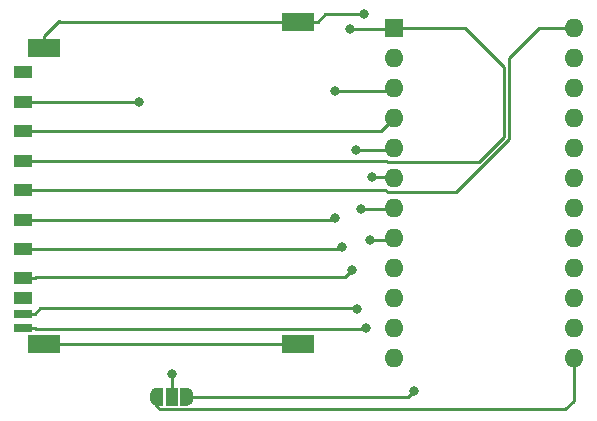
<source format=gbr>
G04 #@! TF.GenerationSoftware,KiCad,Pcbnew,(5.1.5)-3*
G04 #@! TF.CreationDate,2020-01-23T23:17:30-08:00*
G04 #@! TF.ProjectId,sdInterface,7364496e-7465-4726-9661-63652e6b6963,rev?*
G04 #@! TF.SameCoordinates,Original*
G04 #@! TF.FileFunction,Copper,L1,Top*
G04 #@! TF.FilePolarity,Positive*
%FSLAX46Y46*%
G04 Gerber Fmt 4.6, Leading zero omitted, Abs format (unit mm)*
G04 Created by KiCad (PCBNEW (5.1.5)-3) date 2020-01-23 23:17:30*
%MOMM*%
%LPD*%
G04 APERTURE LIST*
%ADD10C,0.100000*%
%ADD11R,1.000000X1.500000*%
%ADD12R,1.600000X1.600000*%
%ADD13O,1.600000X1.600000*%
%ADD14R,1.500000X1.000000*%
%ADD15R,1.500000X0.700000*%
%ADD16R,2.800000X1.500000*%
%ADD17C,0.800000*%
%ADD18C,0.250000*%
G04 APERTURE END LIST*
G04 #@! TA.AperFunction,SMDPad,CuDef*
D10*
G36*
X104050000Y-107550000D02*
G01*
X103500000Y-107550000D01*
X103500000Y-107549398D01*
X103475466Y-107549398D01*
X103426635Y-107544588D01*
X103378510Y-107535016D01*
X103331555Y-107520772D01*
X103286222Y-107501995D01*
X103242949Y-107478864D01*
X103202150Y-107451604D01*
X103164221Y-107420476D01*
X103129524Y-107385779D01*
X103098396Y-107347850D01*
X103071136Y-107307051D01*
X103048005Y-107263778D01*
X103029228Y-107218445D01*
X103014984Y-107171490D01*
X103005412Y-107123365D01*
X103000602Y-107074534D01*
X103000602Y-107050000D01*
X103000000Y-107050000D01*
X103000000Y-106550000D01*
X103000602Y-106550000D01*
X103000602Y-106525466D01*
X103005412Y-106476635D01*
X103014984Y-106428510D01*
X103029228Y-106381555D01*
X103048005Y-106336222D01*
X103071136Y-106292949D01*
X103098396Y-106252150D01*
X103129524Y-106214221D01*
X103164221Y-106179524D01*
X103202150Y-106148396D01*
X103242949Y-106121136D01*
X103286222Y-106098005D01*
X103331555Y-106079228D01*
X103378510Y-106064984D01*
X103426635Y-106055412D01*
X103475466Y-106050602D01*
X103500000Y-106050602D01*
X103500000Y-106050000D01*
X104050000Y-106050000D01*
X104050000Y-107550000D01*
G37*
G04 #@! TD.AperFunction*
G04 #@! TA.AperFunction,SMDPad,CuDef*
G36*
X106100000Y-106050602D02*
G01*
X106124534Y-106050602D01*
X106173365Y-106055412D01*
X106221490Y-106064984D01*
X106268445Y-106079228D01*
X106313778Y-106098005D01*
X106357051Y-106121136D01*
X106397850Y-106148396D01*
X106435779Y-106179524D01*
X106470476Y-106214221D01*
X106501604Y-106252150D01*
X106528864Y-106292949D01*
X106551995Y-106336222D01*
X106570772Y-106381555D01*
X106585016Y-106428510D01*
X106594588Y-106476635D01*
X106599398Y-106525466D01*
X106599398Y-106550000D01*
X106600000Y-106550000D01*
X106600000Y-107050000D01*
X106599398Y-107050000D01*
X106599398Y-107074534D01*
X106594588Y-107123365D01*
X106585016Y-107171490D01*
X106570772Y-107218445D01*
X106551995Y-107263778D01*
X106528864Y-107307051D01*
X106501604Y-107347850D01*
X106470476Y-107385779D01*
X106435779Y-107420476D01*
X106397850Y-107451604D01*
X106357051Y-107478864D01*
X106313778Y-107501995D01*
X106268445Y-107520772D01*
X106221490Y-107535016D01*
X106173365Y-107544588D01*
X106124534Y-107549398D01*
X106100000Y-107549398D01*
X106100000Y-107550000D01*
X105550000Y-107550000D01*
X105550000Y-106050000D01*
X106100000Y-106050000D01*
X106100000Y-106050602D01*
G37*
G04 #@! TD.AperFunction*
D11*
X104800000Y-106800000D03*
D12*
X123600000Y-75600000D03*
D13*
X138840000Y-103540000D03*
X123600000Y-78140000D03*
X138840000Y-101000000D03*
X123600000Y-80680000D03*
X138840000Y-98460000D03*
X123600000Y-83220000D03*
X138840000Y-95920000D03*
X123600000Y-85760000D03*
X138840000Y-93380000D03*
X123600000Y-88300000D03*
X138840000Y-90840000D03*
X123600000Y-90840000D03*
X138840000Y-88300000D03*
X123600000Y-93380000D03*
X138840000Y-85760000D03*
X123600000Y-95920000D03*
X138840000Y-83220000D03*
X123600000Y-98460000D03*
X138840000Y-80680000D03*
X123600000Y-101000000D03*
X138840000Y-78140000D03*
X123600000Y-103540000D03*
X138840000Y-75600000D03*
D14*
X92225000Y-81825000D03*
X92225000Y-84325000D03*
X92225000Y-86825000D03*
X92225000Y-89325000D03*
X92225000Y-91825000D03*
X92225000Y-94325000D03*
X92225000Y-96755000D03*
X92225000Y-98455000D03*
X92225000Y-79325000D03*
D15*
X92225000Y-99755000D03*
X92225000Y-100955000D03*
D16*
X94025000Y-77250000D03*
X115525000Y-75050000D03*
X115525000Y-102350000D03*
X94025000Y-102350000D03*
D17*
X94025000Y-102350000D03*
X94025000Y-77250000D03*
X121100000Y-74400000D03*
X121800000Y-88200000D03*
X121300000Y-101000000D03*
X121624999Y-93500000D03*
X120500000Y-99400000D03*
X120825000Y-90900000D03*
X120100000Y-96100000D03*
X120400000Y-85900000D03*
X118600000Y-91700000D03*
X118600000Y-80900000D03*
X104800000Y-104900000D03*
X102000000Y-81800000D03*
X125300000Y-106300000D03*
X119200000Y-94100000D03*
X119900000Y-75700000D03*
D18*
X95675000Y-102350000D02*
X115525000Y-102350000D01*
X94025000Y-102350000D02*
X95675000Y-102350000D01*
X94025000Y-76250000D02*
X95275000Y-75000000D01*
X94025000Y-77250000D02*
X94025000Y-76250000D01*
X95325000Y-75050000D02*
X115525000Y-75050000D01*
X95275000Y-75000000D02*
X95325000Y-75050000D01*
X117825000Y-74400000D02*
X121100000Y-74400000D01*
X115525000Y-75050000D02*
X117175000Y-75050000D01*
X117175000Y-75050000D02*
X117825000Y-74400000D01*
X123500000Y-88200000D02*
X123600000Y-88300000D01*
X121800000Y-88200000D02*
X123500000Y-88200000D01*
X121224999Y-101075001D02*
X121300000Y-101000000D01*
X93345001Y-101075001D02*
X121224999Y-101075001D01*
X92225000Y-100955000D02*
X93225000Y-100955000D01*
X93225000Y-100955000D02*
X93345001Y-101075001D01*
X123480000Y-93500000D02*
X123600000Y-93380000D01*
X121624999Y-93500000D02*
X123480000Y-93500000D01*
X120424999Y-99324999D02*
X120500000Y-99400000D01*
X93655001Y-99324999D02*
X120424999Y-99324999D01*
X92225000Y-99755000D02*
X93225000Y-99755000D01*
X93225000Y-99755000D02*
X93655001Y-99324999D01*
X123540000Y-90900000D02*
X123600000Y-90840000D01*
X120825000Y-90900000D02*
X123540000Y-90900000D01*
X93225000Y-96755000D02*
X93280000Y-96700000D01*
X92225000Y-96755000D02*
X93225000Y-96755000D01*
X93280000Y-96700000D02*
X119500000Y-96700000D01*
X119500000Y-96700000D02*
X120100000Y-96100000D01*
X123460000Y-85900000D02*
X123600000Y-85760000D01*
X120400000Y-85900000D02*
X123460000Y-85900000D01*
X92225000Y-91825000D02*
X118475000Y-91825000D01*
X118475000Y-91825000D02*
X118600000Y-91700000D01*
X123380000Y-80900000D02*
X123600000Y-80680000D01*
X118600000Y-80900000D02*
X123380000Y-80900000D01*
X133350010Y-84986400D02*
X133350010Y-78150010D01*
X123059999Y-89425001D02*
X128911409Y-89425001D01*
X128911409Y-89425001D02*
X133350010Y-84986400D01*
X92225000Y-89325000D02*
X122959998Y-89325000D01*
X122959998Y-89325000D02*
X123059999Y-89425001D01*
X135900020Y-75600000D02*
X138840000Y-75600000D01*
X133350010Y-78150010D02*
X135900020Y-75600000D01*
X122495000Y-84325000D02*
X123600000Y-83220000D01*
X92225000Y-84325000D02*
X122495000Y-84325000D01*
X104800000Y-106800000D02*
X104800000Y-104900000D01*
X92250000Y-81800000D02*
X92225000Y-81825000D01*
X102000000Y-81800000D02*
X92250000Y-81800000D01*
X106100000Y-106800000D02*
X124800000Y-106800000D01*
X124800000Y-106800000D02*
X125300000Y-106300000D01*
X103827418Y-107875010D02*
X138124990Y-107875010D01*
X103500000Y-106800000D02*
X103500000Y-107547592D01*
X103500000Y-107547592D02*
X103827418Y-107875010D01*
X138840000Y-107160000D02*
X138840000Y-103540000D01*
X138124990Y-107875010D02*
X138840000Y-107160000D01*
X123059999Y-86885001D02*
X130814999Y-86885001D01*
X92225000Y-86825000D02*
X122999998Y-86825000D01*
X122999998Y-86825000D02*
X123059999Y-86885001D01*
X130814999Y-86885001D02*
X132900000Y-84800000D01*
X132900000Y-84800000D02*
X132900000Y-78900000D01*
X129600000Y-75600000D02*
X123600000Y-75600000D01*
X132900000Y-78900000D02*
X129600000Y-75600000D01*
X92225000Y-94325000D02*
X118975000Y-94325000D01*
X118975000Y-94325000D02*
X119200000Y-94100000D01*
X123500000Y-75700000D02*
X123600000Y-75600000D01*
X119900000Y-75700000D02*
X123500000Y-75700000D01*
M02*

</source>
